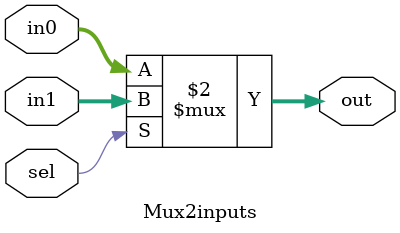
<source format=v>
module Mux2inputs(in0,in1,sel,out);
input [15:0] in0;
input [15:0] in1;
input sel;
output [15:0] out;

assign out = 
sel==0?in0:in1;
endmodule

</source>
